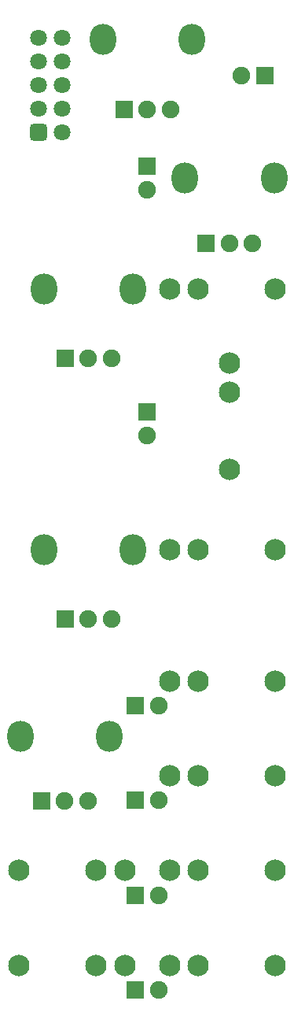
<source format=gts>
G04 #@! TF.GenerationSoftware,KiCad,Pcbnew,(6.0.9)*
G04 #@! TF.CreationDate,2022-11-24T13:13:05-08:00*
G04 #@! TF.ProjectId,vcf-20,7663662d-3230-42e6-9b69-6361645f7063,rev?*
G04 #@! TF.SameCoordinates,Original*
G04 #@! TF.FileFunction,Soldermask,Top*
G04 #@! TF.FilePolarity,Negative*
%FSLAX46Y46*%
G04 Gerber Fmt 4.6, Leading zero omitted, Abs format (unit mm)*
G04 Created by KiCad (PCBNEW (6.0.9)) date 2022-11-24 13:13:05*
%MOMM*%
%LPD*%
G01*
G04 APERTURE LIST*
G04 Aperture macros list*
%AMRoundRect*
0 Rectangle with rounded corners*
0 $1 Rounding radius*
0 $2 $3 $4 $5 $6 $7 $8 $9 X,Y pos of 4 corners*
0 Add a 4 corners polygon primitive as box body*
4,1,4,$2,$3,$4,$5,$6,$7,$8,$9,$2,$3,0*
0 Add four circle primitives for the rounded corners*
1,1,$1+$1,$2,$3*
1,1,$1+$1,$4,$5*
1,1,$1+$1,$6,$7*
1,1,$1+$1,$8,$9*
0 Add four rect primitives between the rounded corners*
20,1,$1+$1,$2,$3,$4,$5,0*
20,1,$1+$1,$4,$5,$6,$7,0*
20,1,$1+$1,$6,$7,$8,$9,0*
20,1,$1+$1,$8,$9,$2,$3,0*%
G04 Aperture macros list end*
%ADD10RoundRect,0.051000X-0.900000X-0.900000X0.900000X-0.900000X0.900000X0.900000X-0.900000X0.900000X0*%
%ADD11C,1.902000*%
%ADD12C,2.302000*%
%ADD13RoundRect,0.051000X-0.900000X0.900000X-0.900000X-0.900000X0.900000X-0.900000X0.900000X0.900000X0*%
%ADD14O,2.822000X3.342000*%
%ADD15RoundRect,0.051000X0.900000X0.900000X-0.900000X0.900000X-0.900000X-0.900000X0.900000X-0.900000X0*%
%ADD16RoundRect,0.301000X-0.600000X-0.600000X0.600000X-0.600000X0.600000X0.600000X-0.600000X0.600000X0*%
%ADD17C,1.802000*%
G04 APERTURE END LIST*
D10*
X13970000Y-87189000D03*
D11*
X16510000Y-87189000D03*
D12*
X17640000Y-84540000D03*
X20740000Y-84540000D03*
X29040000Y-84540000D03*
X12830000Y-115080000D03*
X9730000Y-115080000D03*
X1430000Y-115080000D03*
D10*
X13970000Y-97369000D03*
D11*
X16510000Y-97369000D03*
D10*
X13970000Y-107549000D03*
D11*
X16510000Y-107549000D03*
D10*
X13970000Y-117729000D03*
D11*
X16510000Y-117729000D03*
X15240000Y-31750000D03*
D13*
X15240000Y-29210000D03*
D12*
X12830000Y-104900000D03*
X9730000Y-104900000D03*
X1430000Y-104900000D03*
X17640000Y-94720000D03*
X20740000Y-94720000D03*
X29040000Y-94720000D03*
X17640000Y-104900000D03*
X20740000Y-104900000D03*
X29040000Y-104900000D03*
X17640000Y-115080000D03*
X20740000Y-115080000D03*
X29040000Y-115080000D03*
X17640000Y-42360000D03*
X20740000Y-42360000D03*
X29040000Y-42360000D03*
X17640000Y-70390000D03*
X20740000Y-70390000D03*
X29040000Y-70390000D03*
X24120000Y-50370000D03*
X24120000Y-53470000D03*
X24120000Y-61770000D03*
D14*
X1550000Y-90460000D03*
X11150000Y-90460000D03*
D15*
X3850000Y-97460000D03*
D11*
X6350000Y-97460000D03*
X8850000Y-97460000D03*
X11390000Y-77890400D03*
X8890000Y-77890400D03*
D15*
X6390000Y-77890400D03*
D14*
X13690000Y-70390400D03*
X4090000Y-70390400D03*
X20040000Y-15559800D03*
X10440000Y-15559800D03*
D15*
X12740000Y-23059800D03*
D11*
X15240000Y-23059800D03*
X17740000Y-23059800D03*
D14*
X28904000Y-30480000D03*
X19304000Y-30480000D03*
D15*
X21604000Y-37480000D03*
D11*
X24104000Y-37480000D03*
X26604000Y-37480000D03*
X11390000Y-49860000D03*
X8890000Y-49860000D03*
D15*
X6390000Y-49860000D03*
D14*
X13690000Y-42360000D03*
X4090000Y-42360000D03*
D13*
X15240000Y-55575200D03*
D11*
X15240000Y-58115200D03*
D16*
X3556000Y-25527000D03*
D17*
X6096000Y-25527000D03*
X3556000Y-22987000D03*
X6096000Y-22987000D03*
X3556000Y-20447000D03*
X6096000Y-20447000D03*
X3556000Y-17907000D03*
X6096000Y-17907000D03*
X3556000Y-15367000D03*
X6096000Y-15367000D03*
D11*
X25354200Y-19431000D03*
D15*
X27894200Y-19431000D03*
M02*

</source>
